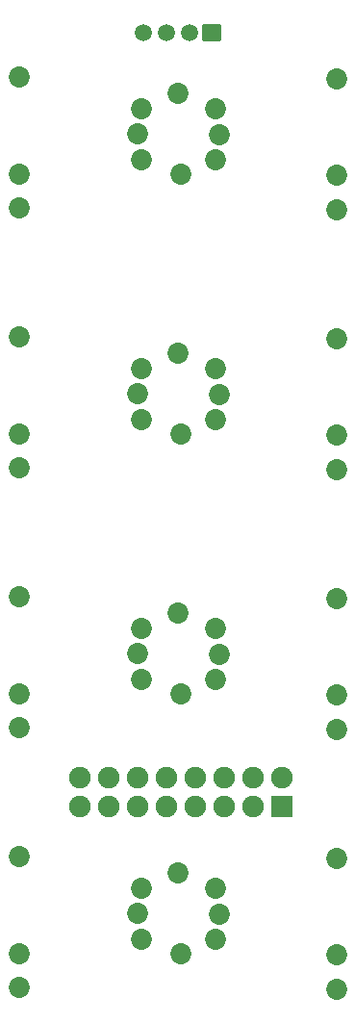
<source format=gts>
G04 Layer: TopSolderMaskLayer*
G04 EasyEDA v6.5.29, 2023-07-19 21:55:29*
G04 cd10bac7ed824a03a08366421e07836e,5a6b42c53f6a479593ecc07194224c93,10*
G04 Gerber Generator version 0.2*
G04 Scale: 100 percent, Rotated: No, Reflected: No *
G04 Dimensions in millimeters *
G04 leading zeros omitted , absolute positions ,4 integer and 5 decimal *
%FSLAX45Y45*%
%MOMM*%

%AMMACRO1*1,1,$1,$2,$3*1,1,$1,$4,$5*1,1,$1,0-$2,0-$3*1,1,$1,0-$4,0-$5*20,1,$1,$2,$3,$4,$5,0*20,1,$1,$4,$5,0-$2,0-$3,0*20,1,$1,0-$2,0-$3,0-$4,0-$5,0*20,1,$1,0-$4,0-$5,$2,$3,0*4,1,4,$2,$3,$4,$5,0-$2,0-$3,0-$4,0-$5,$2,$3,0*%
%ADD10MACRO1,0.1016X0.9X0.9X-0.9X0.9*%
%ADD11C,1.9016*%
%ADD12C,1.8532*%
%ADD13C,1.5016*%
%ADD14MACRO1,0.1016X0.762X-0.7X-0.762X-0.7*%

%LPD*%
D10*
G01*
X2946394Y4495789D03*
D11*
G01*
X2946400Y4749800D03*
G01*
X2692400Y4495800D03*
G01*
X2692400Y4749800D03*
G01*
X2438400Y4495800D03*
G01*
X2438400Y4749800D03*
G01*
X2184400Y4495800D03*
G01*
X2184400Y4749800D03*
G01*
X1930400Y4495800D03*
G01*
X1930400Y4749800D03*
G01*
X1676400Y4495800D03*
G01*
X1676400Y4749800D03*
G01*
X1422400Y4495800D03*
G01*
X1422400Y4749800D03*
G01*
X1168400Y4495800D03*
G01*
X1168400Y4749800D03*
D12*
G01*
X2362200Y10185374D03*
G01*
X1712188Y10185374D03*
G01*
X2362200Y10635386D03*
G01*
X1712188Y10635386D03*
G01*
X2037206Y10770362D03*
G01*
X2397201Y10410367D03*
G01*
X2057400Y10058374D03*
G01*
X1676400Y10413974D03*
G01*
X2362200Y7899374D03*
G01*
X1712188Y7899374D03*
G01*
X2362200Y8349386D03*
G01*
X1712188Y8349386D03*
G01*
X2037206Y8484362D03*
G01*
X2397201Y8124367D03*
G01*
X2057400Y7772374D03*
G01*
X1676400Y8127974D03*
G01*
X2362200Y5613400D03*
G01*
X1712188Y5613400D03*
G01*
X2362200Y6063411D03*
G01*
X1712188Y6063411D03*
G01*
X2037206Y6198387D03*
G01*
X2397201Y5838393D03*
G01*
X2057400Y5486400D03*
G01*
X1676400Y5842000D03*
G01*
X2362200Y3327400D03*
G01*
X1712188Y3327400D03*
G01*
X2362200Y3777411D03*
G01*
X1712188Y3777411D03*
G01*
X2037206Y3912387D03*
G01*
X2397201Y3552393D03*
G01*
X2057400Y3200400D03*
G01*
X1676400Y3556000D03*
G01*
X635000Y10913973D03*
G01*
X635000Y10063987D03*
G01*
X635000Y9763963D03*
G01*
X635000Y8627973D03*
G01*
X635000Y7777987D03*
G01*
X635000Y7477963D03*
G01*
X635000Y6341973D03*
G01*
X635000Y5491987D03*
G01*
X635000Y5191963D03*
G01*
X635000Y4055998D03*
G01*
X635000Y3206013D03*
G01*
X635000Y2905988D03*
G01*
X3429000Y10901273D03*
G01*
X3429000Y10051287D03*
G01*
X3429000Y9751263D03*
G01*
X3429000Y8615273D03*
G01*
X3429000Y7765287D03*
G01*
X3429000Y7465263D03*
G01*
X3429000Y6329273D03*
G01*
X3429000Y5479287D03*
G01*
X3429000Y5179263D03*
G01*
X3429000Y4043298D03*
G01*
X3429000Y3193313D03*
G01*
X3429000Y2893288D03*
D13*
G01*
X1732000Y11302974D03*
G01*
X1932000Y11302974D03*
G01*
X2131999Y11302974D03*
D14*
G01*
X2331994Y11302977D03*
M02*

</source>
